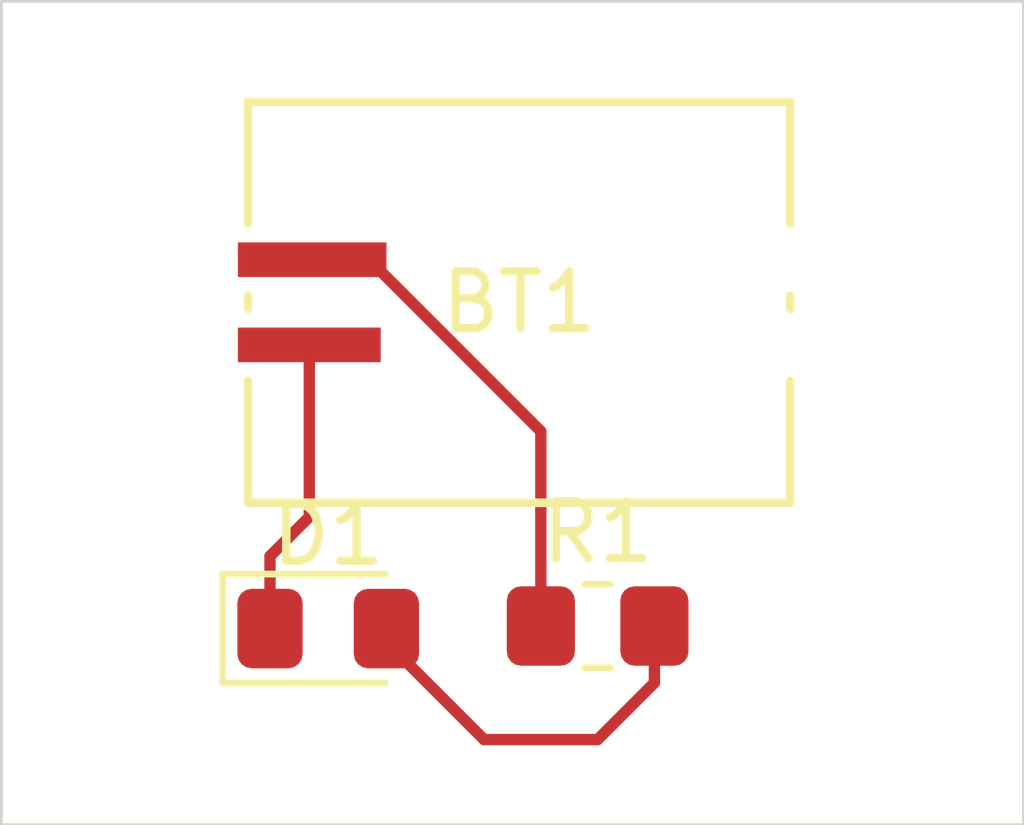
<source format=kicad_pcb>
(kicad_pcb (version 20240108) (generator "pcbnew") (generator_version "8.0")
  (layers (0 "F.Cu" signal) (31 "B.Cu" signal) (34 "B.Paste" user) (35 "F.Paste" user) (36 "B.SilkS" user "B.Silkscreen") (37 "F.SilkS" user "F.Silkscreen") (38 "B.Mask" user) (39 "F.Mask" user) (44 "Edge.Cuts" user))
  (net 0 "")
  (net 1 "Net-(BT1-+)")
  (net 2 "Net-(BT1--)")
  (net 3 "Net-(D1-A)")
  (footprint "Resistor_SMD:R_0805_2012Metric_Pad1.20x1.40mm_HandSolder" (layer "F.Cu") (at 141.5 101)
    (property "Reference" "R1" (at 0 -1.65 0) (layer "F.SilkS"))
    (property "Value" "R")
    (fp_line (start -0.227064 -0.735) (end 0.227064 -0.735) (stroke (width 0.12)) (layer "F.SilkS"))
    (fp_line (start -0.227064 0.735) (end 0.227064 0.735) (stroke (width 0.12)) (layer "F.SilkS"))
    (pad "1" smd roundrect (at -1 0) (size 1.2 1.4) (layers "F.Cu" "F.Paste" "F.Mask") (roundrect_rratio 0.208333) (net 1 "Net-(BT1-+)"))
    (pad "2" smd roundrect (at 1 0) (size 1.2 1.4) (layers "F.Cu" "F.Paste" "F.Mask") (roundrect_rratio 0.208333) (net 3 "Net-(D1-A)"))
  )
  (footprint "LED_SMD:LED_0805_2012Metric_Pad1.15x1.40mm_HandSolder" (layer "F.Cu") (at 136.755 101.045)
    (property "Reference" "D1" (at 0 -1.65 0) (layer "F.SilkS"))
    (property "Value" "LED")
    (fp_line (start -1.86 -0.96) (end -1.86 0.96) (stroke (width 0.12)) (layer "F.SilkS"))
    (fp_line (start -1.86 0.96) (end 1 0.96) (stroke (width 0.12)) (layer "F.SilkS"))
    (fp_line (start 1 -0.96) (end -1.86 -0.96) (stroke (width 0.12)) (layer "F.SilkS"))
    (pad "1" smd roundrect (at -1.025 0) (size 1.15 1.4) (layers "F.Cu" "F.Paste" "F.Mask") (roundrect_rratio 0.217391) (net 2 "Net-(BT1--)"))
    (pad "2" smd roundrect (at 1.025 0) (size 1.15 1.4) (layers "F.Cu" "F.Paste" "F.Mask") (roundrect_rratio 0.217391) (net 3 "Net-(D1-A)"))
  )
  (footprint "FS_3_Global_Footprint_Library:MS621FE-FL11E_SEC" (layer "F.Cu") (at 140.1182 95.2988)
    (property "Reference" "BT1" (at 0 0 0) (layer "F.SilkS"))
    (property "Value" "Battery_Cell")
    (fp_line (start -4.7752 -3.5306) (end -4.7752 -1.387541) (stroke (width 0.1524)) (layer "F.SilkS"))
    (fp_line (start -4.7752 -0.112461) (end -4.7752 0.112461) (stroke (width 0.1524)) (layer "F.SilkS"))
    (fp_line (start -4.7752 1.387541) (end -4.7752 3.5306) (stroke (width 0.1524)) (layer "F.SilkS"))
    (fp_line (start -4.7752 3.5306) (end 4.7752 3.5306) (stroke (width 0.1524)) (layer "F.SilkS"))
    (fp_line (start 4.7752 -3.5306) (end -4.7752 -3.5306) (stroke (width 0.1524)) (layer "F.SilkS"))
    (fp_line (start 4.7752 -1.387541) (end 4.7752 -3.5306) (stroke (width 0.1524)) (layer "F.SilkS"))
    (fp_line (start 4.7752 0.112461) (end 4.7752 -0.112461) (stroke (width 0.1524)) (layer "F.SilkS"))
    (fp_line (start 4.7752 3.5306) (end 4.7752 1.387541) (stroke (width 0.1524)) (layer "F.SilkS"))
    (pad "1" smd rect (at -3.6449 -0.750001) (size 2.6162 0.6096) (layers "F.Cu" "F.Paste" "F.Mask") (net 1 "Net-(BT1-+)"))
    (pad "2" smd rect (at -3.6957 0.750001) (size 2.5146 0.6096) (layers "F.Cu" "F.Paste" "F.Mask") (net 2 "Net-(BT1--)"))
  )
  (gr_rect (start 131 90) (end 149 104.5) (stroke (width 0.05)) (fill none) (layer "Edge.Cuts"))
  (segment (start 140.5 101) (end 140.5 97.572199) (width 0.2) (layer "F.Cu") (net 1))
  (segment (start 137.4766 94.548799) (end 136.4733 94.548799) (width 0.2) (layer "F.Cu") (net 1))
  (segment (start 140.5 97.572199) (end 137.4766 94.548799) (width 0.2) (layer "F.Cu") (net 1))
  (segment (start 136.4225 99.0775) (end 136.4225 96.048801) (width 0.2) (layer "F.Cu") (net 2))
  (segment (start 135.73 101.045) (end 135.73 99.77) (width 0.2) (layer "F.Cu") (net 2))
  (segment (start 135.73 99.77) (end 136.4225 99.0775) (width 0.2) (layer "F.Cu") (net 2))
  (segment (start 142.5 102) (end 142.5 101) (width 0.2) (layer "F.Cu") (net 3))
  (segment (start 137.545 101.045) (end 139.5 103) (width 0.2) (layer "F.Cu") (net 3))
  (segment (start 137.78 101.045) (end 137.545 101.045) (width 0.2) (layer "F.Cu") (net 3))
  (segment (start 139.5 103) (end 141.5 103) (width 0.2) (layer "F.Cu") (net 3))
  (segment (start 141.5 103) (end 142.5 102) (width 0.2) (layer "F.Cu") (net 3))
)
</source>
